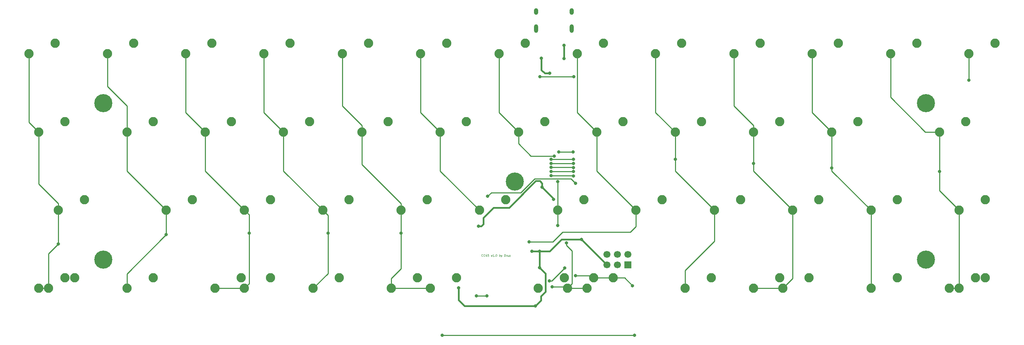
<source format=gbr>
G04 #@! TF.GenerationSoftware,KiCad,Pcbnew,(5.1.6)-1*
G04 #@! TF.CreationDate,2020-06-21T19:34:39+02:00*
G04 #@! TF.ProjectId,CC45,43433435-2e6b-4696-9361-645f70636258,rev?*
G04 #@! TF.SameCoordinates,Original*
G04 #@! TF.FileFunction,Copper,L1,Top*
G04 #@! TF.FilePolarity,Positive*
%FSLAX46Y46*%
G04 Gerber Fmt 4.6, Leading zero omitted, Abs format (unit mm)*
G04 Created by KiCad (PCBNEW (5.1.6)-1) date 2020-06-21 19:34:39*
%MOMM*%
%LPD*%
G01*
G04 APERTURE LIST*
G04 #@! TA.AperFunction,NonConductor*
%ADD10C,0.125000*%
G04 #@! TD*
G04 #@! TA.AperFunction,ComponentPad*
%ADD11C,4.400000*%
G04 #@! TD*
G04 #@! TA.AperFunction,ComponentPad*
%ADD12R,1.700000X1.700000*%
G04 #@! TD*
G04 #@! TA.AperFunction,ComponentPad*
%ADD13C,1.700000*%
G04 #@! TD*
G04 #@! TA.AperFunction,ComponentPad*
%ADD14C,2.250000*%
G04 #@! TD*
G04 #@! TA.AperFunction,ComponentPad*
%ADD15O,1.000000X2.100000*%
G04 #@! TD*
G04 #@! TA.AperFunction,ComponentPad*
%ADD16O,1.000000X1.600000*%
G04 #@! TD*
G04 #@! TA.AperFunction,ViaPad*
%ADD17C,0.800000*%
G04 #@! TD*
G04 #@! TA.AperFunction,Conductor*
%ADD18C,0.400000*%
G04 #@! TD*
G04 #@! TA.AperFunction,Conductor*
%ADD19C,0.250000*%
G04 #@! TD*
G04 APERTURE END LIST*
D10*
X139521428Y-79878571D02*
X139497619Y-79902380D01*
X139426190Y-79926190D01*
X139378571Y-79926190D01*
X139307142Y-79902380D01*
X139259523Y-79854761D01*
X139235714Y-79807142D01*
X139211904Y-79711904D01*
X139211904Y-79640476D01*
X139235714Y-79545238D01*
X139259523Y-79497619D01*
X139307142Y-79450000D01*
X139378571Y-79426190D01*
X139426190Y-79426190D01*
X139497619Y-79450000D01*
X139521428Y-79473809D01*
X140021428Y-79878571D02*
X139997619Y-79902380D01*
X139926190Y-79926190D01*
X139878571Y-79926190D01*
X139807142Y-79902380D01*
X139759523Y-79854761D01*
X139735714Y-79807142D01*
X139711904Y-79711904D01*
X139711904Y-79640476D01*
X139735714Y-79545238D01*
X139759523Y-79497619D01*
X139807142Y-79450000D01*
X139878571Y-79426190D01*
X139926190Y-79426190D01*
X139997619Y-79450000D01*
X140021428Y-79473809D01*
X140450000Y-79592857D02*
X140450000Y-79926190D01*
X140330952Y-79402380D02*
X140211904Y-79759523D01*
X140521428Y-79759523D01*
X140950000Y-79426190D02*
X140711904Y-79426190D01*
X140688095Y-79664285D01*
X140711904Y-79640476D01*
X140759523Y-79616666D01*
X140878571Y-79616666D01*
X140926190Y-79640476D01*
X140950000Y-79664285D01*
X140973809Y-79711904D01*
X140973809Y-79830952D01*
X140950000Y-79878571D01*
X140926190Y-79902380D01*
X140878571Y-79926190D01*
X140759523Y-79926190D01*
X140711904Y-79902380D01*
X140688095Y-79878571D01*
X141521428Y-79592857D02*
X141640476Y-79926190D01*
X141759523Y-79592857D01*
X142211904Y-79926190D02*
X141926190Y-79926190D01*
X142069047Y-79926190D02*
X142069047Y-79426190D01*
X142021428Y-79497619D01*
X141973809Y-79545238D01*
X141926190Y-79569047D01*
X142426190Y-79878571D02*
X142450000Y-79902380D01*
X142426190Y-79926190D01*
X142402380Y-79902380D01*
X142426190Y-79878571D01*
X142426190Y-79926190D01*
X142759523Y-79426190D02*
X142807142Y-79426190D01*
X142854761Y-79450000D01*
X142878571Y-79473809D01*
X142902380Y-79521428D01*
X142926190Y-79616666D01*
X142926190Y-79735714D01*
X142902380Y-79830952D01*
X142878571Y-79878571D01*
X142854761Y-79902380D01*
X142807142Y-79926190D01*
X142759523Y-79926190D01*
X142711904Y-79902380D01*
X142688095Y-79878571D01*
X142664285Y-79830952D01*
X142640476Y-79735714D01*
X142640476Y-79616666D01*
X142664285Y-79521428D01*
X142688095Y-79473809D01*
X142711904Y-79450000D01*
X142759523Y-79426190D01*
X143521428Y-79926190D02*
X143521428Y-79426190D01*
X143521428Y-79616666D02*
X143569047Y-79592857D01*
X143664285Y-79592857D01*
X143711904Y-79616666D01*
X143735714Y-79640476D01*
X143759523Y-79688095D01*
X143759523Y-79830952D01*
X143735714Y-79878571D01*
X143711904Y-79902380D01*
X143664285Y-79926190D01*
X143569047Y-79926190D01*
X143521428Y-79902380D01*
X143926190Y-79592857D02*
X144045238Y-79926190D01*
X144164285Y-79592857D02*
X144045238Y-79926190D01*
X143997619Y-80045238D01*
X143973809Y-80069047D01*
X143926190Y-80092857D01*
X144735714Y-79926190D02*
X144735714Y-79426190D01*
X144854761Y-79426190D01*
X144926190Y-79450000D01*
X144973809Y-79497619D01*
X144997619Y-79545238D01*
X145021428Y-79640476D01*
X145021428Y-79711904D01*
X144997619Y-79807142D01*
X144973809Y-79854761D01*
X144926190Y-79902380D01*
X144854761Y-79926190D01*
X144735714Y-79926190D01*
X145235714Y-79926190D02*
X145235714Y-79592857D01*
X145235714Y-79688095D02*
X145259523Y-79640476D01*
X145283333Y-79616666D01*
X145330952Y-79592857D01*
X145378571Y-79592857D01*
X145759523Y-79592857D02*
X145759523Y-79926190D01*
X145545238Y-79592857D02*
X145545238Y-79854761D01*
X145569047Y-79902380D01*
X145616666Y-79926190D01*
X145688095Y-79926190D01*
X145735714Y-79902380D01*
X145759523Y-79878571D01*
X145950000Y-79592857D02*
X146211904Y-79592857D01*
X145950000Y-79926190D01*
X146211904Y-79926190D01*
D11*
X147250000Y-61750000D03*
X47500000Y-42750000D03*
X247000000Y-42750000D03*
X247000000Y-80750000D03*
X47500000Y-80750000D03*
D12*
X174690000Y-82020000D03*
D13*
X174690000Y-79480000D03*
X172150000Y-82020000D03*
X172150000Y-79480000D03*
X169610000Y-82020000D03*
X169610000Y-79480000D03*
D14*
X261415000Y-85170000D03*
X255065000Y-87710000D03*
X218665000Y-85170000D03*
X212315000Y-87710000D03*
X194915000Y-85170000D03*
X188565000Y-87710000D03*
X104665000Y-85170000D03*
X98315000Y-87710000D03*
X80915000Y-85170000D03*
X74565000Y-87710000D03*
X38165000Y-85170000D03*
X31815000Y-87710000D03*
X261415000Y-66170000D03*
X255065000Y-68710000D03*
X38165000Y-47170000D03*
X31815000Y-49710000D03*
X159315000Y-85170000D03*
X152965000Y-87710000D03*
X171165000Y-85170000D03*
X164815000Y-87710000D03*
X123665000Y-85170000D03*
X117315000Y-87710000D03*
X40540000Y-85170000D03*
X34190000Y-87710000D03*
X88040000Y-85170000D03*
X81690000Y-87710000D03*
X211540000Y-85170000D03*
X205190000Y-87710000D03*
X259040000Y-85170000D03*
X252690000Y-87710000D03*
X240040000Y-85170000D03*
X233690000Y-87710000D03*
X166415000Y-85170000D03*
X160065000Y-87710000D03*
X133165000Y-85170000D03*
X126815000Y-87710000D03*
X59540000Y-85170000D03*
X53190000Y-87710000D03*
X42915000Y-66170000D03*
X36565000Y-68710000D03*
X256665000Y-47170000D03*
X250315000Y-49710000D03*
X240040000Y-66170000D03*
X233690000Y-68710000D03*
X221040000Y-66170000D03*
X214690000Y-68710000D03*
X202040000Y-66170000D03*
X195690000Y-68710000D03*
X183040000Y-66170000D03*
X176690000Y-68710000D03*
X164040000Y-66170000D03*
X157690000Y-68710000D03*
X145040000Y-66170000D03*
X138690000Y-68710000D03*
X126040000Y-66170000D03*
X119690000Y-68710000D03*
X107040000Y-66170000D03*
X100690000Y-68710000D03*
X88040000Y-66170000D03*
X81690000Y-68710000D03*
X69040000Y-66170000D03*
X62690000Y-68710000D03*
X230540000Y-47170000D03*
X224190000Y-49710000D03*
X211540000Y-47170000D03*
X205190000Y-49710000D03*
X192540000Y-47170000D03*
X186190000Y-49710000D03*
X173540000Y-47170000D03*
X167190000Y-49710000D03*
X154540000Y-47170000D03*
X148190000Y-49710000D03*
X135540000Y-47170000D03*
X129190000Y-49710000D03*
X116540000Y-47170000D03*
X110190000Y-49710000D03*
X97540000Y-47170000D03*
X91190000Y-49710000D03*
X78540000Y-47170000D03*
X72190000Y-49710000D03*
X59540000Y-47170000D03*
X53190000Y-49710000D03*
X263790000Y-28170000D03*
X257440000Y-30710000D03*
X244790000Y-28170000D03*
X238440000Y-30710000D03*
X225790000Y-28170000D03*
X219440000Y-30710000D03*
X206790000Y-28170000D03*
X200440000Y-30710000D03*
X187790000Y-28170000D03*
X181440000Y-30710000D03*
X168790000Y-28170000D03*
X162440000Y-30710000D03*
X149790000Y-28170000D03*
X143440000Y-30710000D03*
X130790000Y-28170000D03*
X124440000Y-30710000D03*
X111790000Y-28170000D03*
X105440000Y-30710000D03*
X92790000Y-28170000D03*
X86440000Y-30710000D03*
X73790000Y-28170000D03*
X67440000Y-30710000D03*
X54790000Y-28170000D03*
X48440000Y-30710000D03*
X35790000Y-28170000D03*
X29440000Y-30710000D03*
D15*
X152430000Y-24592500D03*
X161070000Y-24592500D03*
D16*
X152430000Y-20412500D03*
X161070000Y-20412500D03*
D17*
X153750000Y-31800000D03*
X155750000Y-35450000D03*
X163425000Y-75825000D03*
X156650000Y-66050000D03*
X153900000Y-63150000D03*
X152300000Y-92000000D03*
X153300000Y-82700000D03*
X153263250Y-78700000D03*
X151413250Y-78700000D03*
X138500000Y-72600000D03*
X133650000Y-87600000D03*
X153400000Y-36300000D03*
X161550000Y-36300000D03*
X161400000Y-54550000D03*
X157950000Y-54550000D03*
X162050000Y-62200000D03*
X140718750Y-65312500D03*
X129700000Y-99074984D03*
X140500000Y-89550000D03*
X138000000Y-89550000D03*
X176350000Y-99075000D03*
X175850000Y-87100000D03*
X162050000Y-84600000D03*
X159225000Y-28700000D03*
X159200000Y-31850000D03*
X159350000Y-82750000D03*
X155650000Y-85900000D03*
X36565000Y-76885000D03*
X62700000Y-74650000D03*
X82814999Y-74335001D03*
X101943901Y-74306099D03*
X119690000Y-74293901D03*
X156850000Y-55550000D03*
X157700000Y-61775000D03*
X156300000Y-87350000D03*
X159800000Y-76650000D03*
X157690000Y-72459996D03*
X150750000Y-76400000D03*
X156125000Y-56324988D03*
X186190000Y-56340000D03*
X161500000Y-56349994D03*
X156125000Y-57324991D03*
X205190000Y-57360000D03*
X161500000Y-57349997D03*
X224190000Y-58460000D03*
X161500000Y-58350000D03*
X156125000Y-58324994D03*
X250315000Y-59335000D03*
X161500000Y-59350000D03*
X156125000Y-59324997D03*
X161500000Y-60400000D03*
X156125000Y-60325000D03*
X257450000Y-37100000D03*
D18*
X153750000Y-34650000D02*
X153750000Y-31800000D01*
X154550000Y-35450000D02*
X153750000Y-34650000D01*
X155750000Y-35450000D02*
X154550000Y-35450000D01*
X153900000Y-63150000D02*
X156650000Y-65900000D01*
X156650000Y-65900000D02*
X156650000Y-66050000D01*
X153263250Y-82663250D02*
X153300000Y-82700000D01*
X153263250Y-78700000D02*
X153263250Y-82663250D01*
X151413250Y-78700000D02*
X153263250Y-78700000D01*
X154750000Y-84150000D02*
X153300000Y-82700000D01*
X154750000Y-88550000D02*
X154750000Y-84150000D01*
X153650000Y-89650000D02*
X154750000Y-88550000D01*
X152300000Y-92000000D02*
X153650000Y-90650000D01*
X153650000Y-90650000D02*
X153650000Y-89650000D01*
X169610000Y-82010000D02*
X169610000Y-82020000D01*
X163425000Y-75825000D02*
X169610000Y-82010000D01*
X158625000Y-75825000D02*
X163425000Y-75825000D01*
X155750000Y-78700000D02*
X158625000Y-75825000D01*
X153263250Y-78700000D02*
X155750000Y-78700000D01*
X152300000Y-92000000D02*
X135100000Y-92000000D01*
X135100000Y-92000000D02*
X133650000Y-90550000D01*
X133650000Y-90550000D02*
X133650000Y-87600000D01*
X139650000Y-72100000D02*
X139150000Y-72600000D01*
X139650000Y-70557026D02*
X139650000Y-72100000D01*
X139150000Y-72600000D02*
X138500000Y-72600000D01*
X142107026Y-68100000D02*
X139650000Y-70557026D01*
X153900000Y-62150000D02*
X153350000Y-61600000D01*
X152400000Y-61600000D02*
X145900000Y-68100000D01*
X153900000Y-63150000D02*
X153900000Y-62150000D01*
X153350000Y-61600000D02*
X152400000Y-61600000D01*
X145900000Y-68100000D02*
X142107026Y-68100000D01*
D19*
X161550000Y-36300000D02*
X153400000Y-36300000D01*
X157950000Y-54550000D02*
X161400000Y-54550000D01*
X160900000Y-61050000D02*
X152150000Y-61050000D01*
X141581250Y-64450000D02*
X140718750Y-65312500D01*
X162050000Y-62200000D02*
X160900000Y-61050000D01*
X152150000Y-61050000D02*
X148750000Y-64450000D01*
X148750000Y-64450000D02*
X141581250Y-64450000D01*
X130265685Y-99074984D02*
X129700000Y-99074984D01*
X175775314Y-99084001D02*
X130274702Y-99084001D01*
X130274702Y-99084001D02*
X130265685Y-99074984D01*
X175784315Y-99075000D02*
X175775314Y-99084001D01*
X176350000Y-99075000D02*
X175784315Y-99075000D01*
X138000000Y-89550000D02*
X140500000Y-89550000D01*
X171165000Y-85170000D02*
X173920000Y-85170000D01*
X173920000Y-85170000D02*
X175850000Y-87100000D01*
X162050000Y-84600000D02*
X165845000Y-84600000D01*
X165845000Y-84600000D02*
X166415000Y-85170000D01*
X166415000Y-85170000D02*
X171165000Y-85170000D01*
D18*
X159225000Y-28700000D02*
X159225000Y-31825000D01*
X159225000Y-31825000D02*
X159200000Y-31850000D01*
D19*
X155650000Y-85900000D02*
X156215685Y-85900000D01*
X156215685Y-85900000D02*
X159350000Y-82765685D01*
X159350000Y-82765685D02*
X159350000Y-82750000D01*
X34190000Y-79260000D02*
X36165001Y-77284999D01*
X36565000Y-68710000D02*
X36565000Y-70300990D01*
X34190000Y-87710000D02*
X34190000Y-79260000D01*
X36165001Y-77284999D02*
X36565000Y-76885000D01*
X36565000Y-70300990D02*
X36565000Y-76885000D01*
X31815000Y-49710000D02*
X29440000Y-47335000D01*
X29440000Y-47335000D02*
X29440000Y-30710000D01*
X36565000Y-68710000D02*
X36565000Y-67119010D01*
X36565000Y-67119010D02*
X31815000Y-62369010D01*
X31815000Y-62369010D02*
X31815000Y-51300990D01*
X31815000Y-51300990D02*
X31815000Y-49710000D01*
X31815000Y-87710000D02*
X34190000Y-87710000D01*
X53190000Y-87710000D02*
X53190000Y-84160000D01*
X62300001Y-75049999D02*
X62700000Y-74650000D01*
X53190000Y-84160000D02*
X62300001Y-75049999D01*
X62690000Y-68710000D02*
X62690000Y-74640000D01*
X62690000Y-74640000D02*
X62700000Y-74650000D01*
X53190000Y-49710000D02*
X53190000Y-59210000D01*
X53190000Y-59210000D02*
X62690000Y-68710000D01*
X53190000Y-43390000D02*
X53190000Y-49710000D01*
X48440000Y-30710000D02*
X48440000Y-38640000D01*
X48440000Y-38640000D02*
X53190000Y-43390000D01*
X82814999Y-69834999D02*
X81690000Y-68710000D01*
X82814999Y-74335001D02*
X82814999Y-69834999D01*
X82814999Y-86585001D02*
X82814999Y-74335001D01*
X72190000Y-49710000D02*
X67440000Y-44960000D01*
X67440000Y-44960000D02*
X67440000Y-30710000D01*
X81690000Y-68710000D02*
X72190000Y-59210000D01*
X72190000Y-59210000D02*
X72190000Y-49710000D01*
X81690000Y-87710000D02*
X82814999Y-86585001D01*
X74565000Y-87710000D02*
X76155990Y-87710000D01*
X76155990Y-87710000D02*
X81690000Y-87710000D01*
X100690000Y-68710000D02*
X101943901Y-69963901D01*
X101943901Y-69963901D02*
X101943901Y-74306099D01*
X101943901Y-84081099D02*
X101943901Y-74306099D01*
X98315000Y-87710000D02*
X101943901Y-84081099D01*
X91190000Y-49710000D02*
X91190000Y-59210000D01*
X91190000Y-59210000D02*
X100690000Y-68710000D01*
X86440000Y-30710000D02*
X86440000Y-44960000D01*
X86440000Y-44960000D02*
X91190000Y-49710000D01*
X117315000Y-85335000D02*
X119690000Y-82960000D01*
X117315000Y-87710000D02*
X117315000Y-85335000D01*
X119690000Y-82960000D02*
X119690000Y-70300990D01*
X119690000Y-70300990D02*
X119690000Y-68710000D01*
X110190000Y-49710000D02*
X110190000Y-48119010D01*
X110190000Y-48119010D02*
X105440000Y-43369010D01*
X105440000Y-43369010D02*
X105440000Y-32300990D01*
X105440000Y-32300990D02*
X105440000Y-30710000D01*
X119690000Y-68710000D02*
X119690000Y-67119010D01*
X119690000Y-67119010D02*
X110190000Y-57619010D01*
X110190000Y-57619010D02*
X110190000Y-51300990D01*
X110190000Y-51300990D02*
X110190000Y-49710000D01*
X126815000Y-87710000D02*
X125224010Y-87710000D01*
X125224010Y-87710000D02*
X117315000Y-87710000D01*
X129190000Y-49710000D02*
X129190000Y-59210000D01*
X129190000Y-59210000D02*
X138690000Y-68710000D01*
X124440000Y-30710000D02*
X124440000Y-44960000D01*
X124440000Y-44960000D02*
X129190000Y-49710000D01*
X148190000Y-49710000D02*
X148190000Y-52540000D01*
X148190000Y-52540000D02*
X151200000Y-55550000D01*
X156284315Y-55550000D02*
X156850000Y-55550000D01*
X151200000Y-55550000D02*
X156284315Y-55550000D01*
X157690000Y-61785000D02*
X157700000Y-61775000D01*
X157690000Y-68710000D02*
X157690000Y-61785000D01*
X160065000Y-87710000D02*
X161655990Y-87710000D01*
X161655990Y-87710000D02*
X164815000Y-87710000D01*
X156300000Y-87350000D02*
X159705000Y-87350000D01*
X159705000Y-87350000D02*
X160065000Y-87710000D01*
X159800000Y-76650000D02*
X159800000Y-77215685D01*
X159800000Y-77215685D02*
X161189999Y-78605684D01*
X161189999Y-78605684D02*
X161189999Y-86585001D01*
X161189999Y-86585001D02*
X160065000Y-87710000D01*
X143440000Y-30710000D02*
X143440000Y-44960000D01*
X143440000Y-44960000D02*
X148190000Y-49710000D01*
X157690000Y-68710000D02*
X157690000Y-72459996D01*
X167190000Y-49710000D02*
X167190000Y-59210000D01*
X167190000Y-59210000D02*
X176690000Y-68710000D01*
X162440000Y-30710000D02*
X162440000Y-44960000D01*
X162440000Y-44960000D02*
X167190000Y-49710000D01*
X176690000Y-72660000D02*
X176690000Y-68710000D01*
X175300000Y-74050000D02*
X176690000Y-72660000D01*
X158850000Y-74050000D02*
X175300000Y-74050000D01*
X150750000Y-76400000D02*
X156500000Y-76400000D01*
X156500000Y-76400000D02*
X158850000Y-74050000D01*
X161474994Y-56324988D02*
X161500000Y-56349994D01*
X156125000Y-56324988D02*
X161474994Y-56324988D01*
X186190000Y-56340000D02*
X186190000Y-59210000D01*
X186190000Y-49710000D02*
X186190000Y-56340000D01*
X195700000Y-68720000D02*
X195700000Y-76250000D01*
X195690000Y-68710000D02*
X195700000Y-68720000D01*
X195700000Y-76250000D02*
X188565000Y-83385000D01*
X188565000Y-83385000D02*
X188565000Y-86119010D01*
X188565000Y-86119010D02*
X188565000Y-87710000D01*
X186190000Y-59210000D02*
X195690000Y-68710000D01*
X181440000Y-30710000D02*
X181440000Y-44960000D01*
X181440000Y-44960000D02*
X186190000Y-49710000D01*
X161474994Y-57324991D02*
X161500000Y-57349997D01*
X156125000Y-57324991D02*
X161474994Y-57324991D01*
X205190000Y-51300990D02*
X205190000Y-57360000D01*
X214690000Y-68710000D02*
X205190000Y-59210000D01*
X205190000Y-59210000D02*
X205190000Y-57925685D01*
X205190000Y-49710000D02*
X205190000Y-51300990D01*
X205190000Y-57925685D02*
X205190000Y-57360000D01*
X205190000Y-49710000D02*
X205190000Y-48119010D01*
X205190000Y-48119010D02*
X200440000Y-43369010D01*
X200440000Y-43369010D02*
X200440000Y-32300990D01*
X200440000Y-32300990D02*
X200440000Y-30710000D01*
X212315000Y-87710000D02*
X214690000Y-85335000D01*
X214690000Y-85335000D02*
X214690000Y-68710000D01*
X205190000Y-87710000D02*
X206780990Y-87710000D01*
X206780990Y-87710000D02*
X212315000Y-87710000D01*
X224190000Y-58460000D02*
X224190000Y-59210000D01*
X224190000Y-49710000D02*
X224190000Y-58460000D01*
X161474994Y-58324994D02*
X161500000Y-58350000D01*
X156125000Y-58324994D02*
X161474994Y-58324994D01*
X233690000Y-68710000D02*
X233690000Y-70300990D01*
X233690000Y-70300990D02*
X233690000Y-87710000D01*
X224190000Y-59210000D02*
X233690000Y-68710000D01*
X219440000Y-30710000D02*
X219440000Y-44960000D01*
X219440000Y-44960000D02*
X224190000Y-49710000D01*
X250315000Y-63960000D02*
X250315000Y-59900685D01*
X250315000Y-59900685D02*
X250315000Y-59335000D01*
X250315000Y-49710000D02*
X250315000Y-51300990D01*
X250315000Y-51300990D02*
X250315000Y-59335000D01*
X255065000Y-68710000D02*
X250315000Y-63960000D01*
X156125000Y-59324997D02*
X161474997Y-59324997D01*
X161474997Y-59324997D02*
X161500000Y-59350000D01*
X255065000Y-87710000D02*
X255065000Y-68710000D01*
X252690000Y-87710000D02*
X255065000Y-87710000D01*
X238440000Y-32300990D02*
X238440000Y-30710000D01*
X246860000Y-49710000D02*
X238450000Y-41300000D01*
X238450000Y-41300000D02*
X238450000Y-35400000D01*
X238440000Y-35390000D02*
X238440000Y-32300990D01*
X250315000Y-49710000D02*
X246860000Y-49710000D01*
X238450000Y-35400000D02*
X238440000Y-35390000D01*
X161425000Y-60325000D02*
X161500000Y-60400000D01*
X156125000Y-60325000D02*
X161425000Y-60325000D01*
X257440000Y-37090000D02*
X257450000Y-37100000D01*
X257440000Y-30710000D02*
X257440000Y-37090000D01*
M02*

</source>
